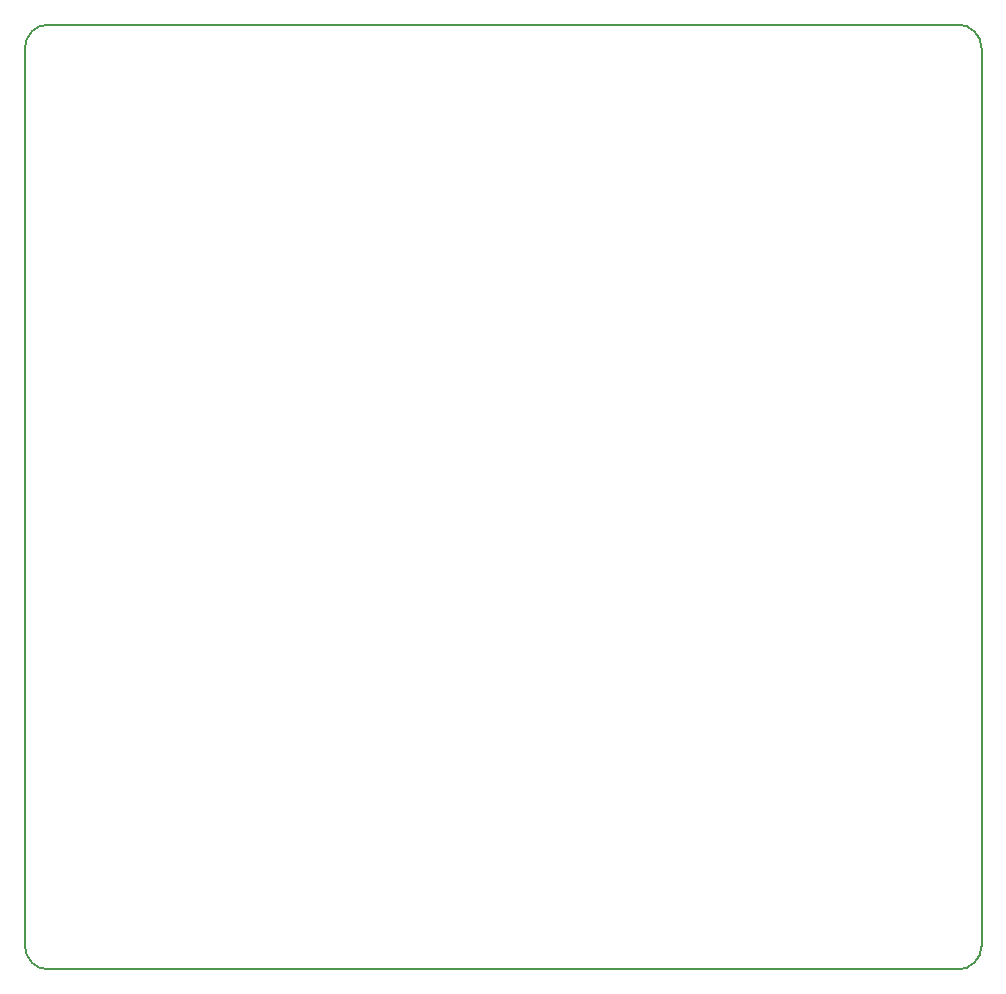
<source format=gbr>
G04 #@! TF.GenerationSoftware,KiCad,Pcbnew,5.1.5-52549c5~84~ubuntu19.10.1*
G04 #@! TF.CreationDate,2020-02-14T21:46:08+02:00*
G04 #@! TF.ProjectId,GB-BRK-SLOT-A,47422d42-524b-42d5-934c-4f542d412e6b,v1.1*
G04 #@! TF.SameCoordinates,Original*
G04 #@! TF.FileFunction,Profile,NP*
%FSLAX46Y46*%
G04 Gerber Fmt 4.6, Leading zero omitted, Abs format (unit mm)*
G04 Created by KiCad (PCBNEW 5.1.5-52549c5~84~ubuntu19.10.1) date 2020-02-14 21:46:08*
%MOMM*%
%LPD*%
G04 APERTURE LIST*
%ADD10C,0.150000*%
G04 APERTURE END LIST*
D10*
X128000000Y-148000000D02*
G75*
G02X126000000Y-150000000I-2000000J0D01*
G01*
X49000000Y-150000000D02*
G75*
G02X47000000Y-148000000I0J2000000D01*
G01*
X47000000Y-72000000D02*
G75*
G02X49000000Y-70000000I2000000J0D01*
G01*
X126000000Y-70000000D02*
G75*
G02X128000000Y-72000000I0J-2000000D01*
G01*
X128000000Y-72000000D02*
X128000000Y-148000000D01*
X49000000Y-70000000D02*
X126000000Y-70000000D01*
X49000000Y-150000000D02*
X126000000Y-150000000D01*
X47000000Y-72000000D02*
X47000000Y-148000000D01*
M02*

</source>
